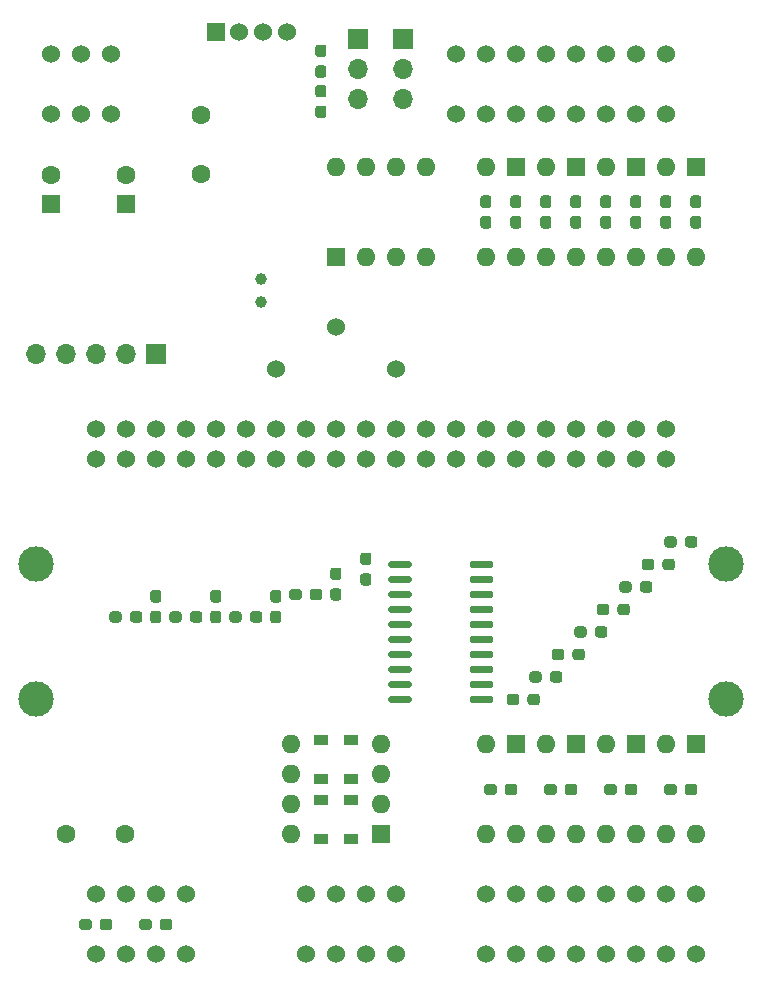
<source format=gbs>
G04 #@! TF.GenerationSoftware,KiCad,Pcbnew,(5.1.8)-1*
G04 #@! TF.CreationDate,2020-12-04T13:09:01+09:00*
G04 #@! TF.ProjectId,NBoxRpi,4e426f78-5270-4692-9e6b-696361645f70,Rev.2.1*
G04 #@! TF.SameCoordinates,Original*
G04 #@! TF.FileFunction,Soldermask,Bot*
G04 #@! TF.FilePolarity,Negative*
%FSLAX46Y46*%
G04 Gerber Fmt 4.6, Leading zero omitted, Abs format (unit mm)*
G04 Created by KiCad (PCBNEW (5.1.8)-1) date 2020-12-04 13:09:01*
%MOMM*%
%LPD*%
G01*
G04 APERTURE LIST*
%ADD10C,3.000000*%
%ADD11O,1.700000X1.700000*%
%ADD12R,1.700000X1.700000*%
%ADD13C,1.524000*%
%ADD14O,1.600000X1.600000*%
%ADD15R,1.600000X1.600000*%
%ADD16C,1.600000*%
%ADD17R,1.200000X0.900000*%
%ADD18C,1.000000*%
%ADD19R,1.524000X1.524000*%
G04 APERTURE END LIST*
D10*
G04 #@! TO.C,MH2*
X146050000Y-157480000D03*
G04 #@! TD*
G04 #@! TO.C,MH4*
X146050000Y-168910000D03*
G04 #@! TD*
G04 #@! TO.C,R41*
G36*
G01*
X111522500Y-118635000D02*
X111997500Y-118635000D01*
G75*
G02*
X112235000Y-118872500I0J-237500D01*
G01*
X112235000Y-119447500D01*
G75*
G02*
X111997500Y-119685000I-237500J0D01*
G01*
X111522500Y-119685000D01*
G75*
G02*
X111285000Y-119447500I0J237500D01*
G01*
X111285000Y-118872500D01*
G75*
G02*
X111522500Y-118635000I237500J0D01*
G01*
G37*
G36*
G01*
X111522500Y-116885000D02*
X111997500Y-116885000D01*
G75*
G02*
X112235000Y-117122500I0J-237500D01*
G01*
X112235000Y-117697500D01*
G75*
G02*
X111997500Y-117935000I-237500J0D01*
G01*
X111522500Y-117935000D01*
G75*
G02*
X111285000Y-117697500I0J237500D01*
G01*
X111285000Y-117122500D01*
G75*
G02*
X111522500Y-116885000I237500J0D01*
G01*
G37*
G04 #@! TD*
G04 #@! TO.C,R40*
G36*
G01*
X111997500Y-114520000D02*
X111522500Y-114520000D01*
G75*
G02*
X111285000Y-114282500I0J237500D01*
G01*
X111285000Y-113707500D01*
G75*
G02*
X111522500Y-113470000I237500J0D01*
G01*
X111997500Y-113470000D01*
G75*
G02*
X112235000Y-113707500I0J-237500D01*
G01*
X112235000Y-114282500D01*
G75*
G02*
X111997500Y-114520000I-237500J0D01*
G01*
G37*
G36*
G01*
X111997500Y-116270000D02*
X111522500Y-116270000D01*
G75*
G02*
X111285000Y-116032500I0J237500D01*
G01*
X111285000Y-115457500D01*
G75*
G02*
X111522500Y-115220000I237500J0D01*
G01*
X111997500Y-115220000D01*
G75*
G02*
X112235000Y-115457500I0J-237500D01*
G01*
X112235000Y-116032500D01*
G75*
G02*
X111997500Y-116270000I-237500J0D01*
G01*
G37*
G04 #@! TD*
D11*
G04 #@! TO.C,J9*
X114935000Y-118110000D03*
X114935000Y-115570000D03*
D12*
X114935000Y-113030000D03*
G04 #@! TD*
G04 #@! TO.C,R39*
G36*
G01*
X97552500Y-161400000D02*
X98027500Y-161400000D01*
G75*
G02*
X98265000Y-161637500I0J-237500D01*
G01*
X98265000Y-162212500D01*
G75*
G02*
X98027500Y-162450000I-237500J0D01*
G01*
X97552500Y-162450000D01*
G75*
G02*
X97315000Y-162212500I0J237500D01*
G01*
X97315000Y-161637500D01*
G75*
G02*
X97552500Y-161400000I237500J0D01*
G01*
G37*
G36*
G01*
X97552500Y-159650000D02*
X98027500Y-159650000D01*
G75*
G02*
X98265000Y-159887500I0J-237500D01*
G01*
X98265000Y-160462500D01*
G75*
G02*
X98027500Y-160700000I-237500J0D01*
G01*
X97552500Y-160700000D01*
G75*
G02*
X97315000Y-160462500I0J237500D01*
G01*
X97315000Y-159887500D01*
G75*
G02*
X97552500Y-159650000I237500J0D01*
G01*
G37*
G04 #@! TD*
G04 #@! TO.C,R38*
G36*
G01*
X102632500Y-161400000D02*
X103107500Y-161400000D01*
G75*
G02*
X103345000Y-161637500I0J-237500D01*
G01*
X103345000Y-162212500D01*
G75*
G02*
X103107500Y-162450000I-237500J0D01*
G01*
X102632500Y-162450000D01*
G75*
G02*
X102395000Y-162212500I0J237500D01*
G01*
X102395000Y-161637500D01*
G75*
G02*
X102632500Y-161400000I237500J0D01*
G01*
G37*
G36*
G01*
X102632500Y-159650000D02*
X103107500Y-159650000D01*
G75*
G02*
X103345000Y-159887500I0J-237500D01*
G01*
X103345000Y-160462500D01*
G75*
G02*
X103107500Y-160700000I-237500J0D01*
G01*
X102632500Y-160700000D01*
G75*
G02*
X102395000Y-160462500I0J237500D01*
G01*
X102395000Y-159887500D01*
G75*
G02*
X102632500Y-159650000I237500J0D01*
G01*
G37*
G04 #@! TD*
G04 #@! TO.C,R37*
G36*
G01*
X107712500Y-161400000D02*
X108187500Y-161400000D01*
G75*
G02*
X108425000Y-161637500I0J-237500D01*
G01*
X108425000Y-162212500D01*
G75*
G02*
X108187500Y-162450000I-237500J0D01*
G01*
X107712500Y-162450000D01*
G75*
G02*
X107475000Y-162212500I0J237500D01*
G01*
X107475000Y-161637500D01*
G75*
G02*
X107712500Y-161400000I237500J0D01*
G01*
G37*
G36*
G01*
X107712500Y-159650000D02*
X108187500Y-159650000D01*
G75*
G02*
X108425000Y-159887500I0J-237500D01*
G01*
X108425000Y-160462500D01*
G75*
G02*
X108187500Y-160700000I-237500J0D01*
G01*
X107712500Y-160700000D01*
G75*
G02*
X107475000Y-160462500I0J237500D01*
G01*
X107475000Y-159887500D01*
G75*
G02*
X107712500Y-159650000I237500J0D01*
G01*
G37*
G04 #@! TD*
G04 #@! TO.C,R36*
G36*
G01*
X112792500Y-159495000D02*
X113267500Y-159495000D01*
G75*
G02*
X113505000Y-159732500I0J-237500D01*
G01*
X113505000Y-160307500D01*
G75*
G02*
X113267500Y-160545000I-237500J0D01*
G01*
X112792500Y-160545000D01*
G75*
G02*
X112555000Y-160307500I0J237500D01*
G01*
X112555000Y-159732500D01*
G75*
G02*
X112792500Y-159495000I237500J0D01*
G01*
G37*
G36*
G01*
X112792500Y-157745000D02*
X113267500Y-157745000D01*
G75*
G02*
X113505000Y-157982500I0J-237500D01*
G01*
X113505000Y-158557500D01*
G75*
G02*
X113267500Y-158795000I-237500J0D01*
G01*
X112792500Y-158795000D01*
G75*
G02*
X112555000Y-158557500I0J237500D01*
G01*
X112555000Y-157982500D01*
G75*
G02*
X112792500Y-157745000I237500J0D01*
G01*
G37*
G04 #@! TD*
G04 #@! TO.C,R35*
G36*
G01*
X94900000Y-161687500D02*
X94900000Y-162162500D01*
G75*
G02*
X94662500Y-162400000I-237500J0D01*
G01*
X94087500Y-162400000D01*
G75*
G02*
X93850000Y-162162500I0J237500D01*
G01*
X93850000Y-161687500D01*
G75*
G02*
X94087500Y-161450000I237500J0D01*
G01*
X94662500Y-161450000D01*
G75*
G02*
X94900000Y-161687500I0J-237500D01*
G01*
G37*
G36*
G01*
X96650000Y-161687500D02*
X96650000Y-162162500D01*
G75*
G02*
X96412500Y-162400000I-237500J0D01*
G01*
X95837500Y-162400000D01*
G75*
G02*
X95600000Y-162162500I0J237500D01*
G01*
X95600000Y-161687500D01*
G75*
G02*
X95837500Y-161450000I237500J0D01*
G01*
X96412500Y-161450000D01*
G75*
G02*
X96650000Y-161687500I0J-237500D01*
G01*
G37*
G04 #@! TD*
G04 #@! TO.C,R34*
G36*
G01*
X99980000Y-161687500D02*
X99980000Y-162162500D01*
G75*
G02*
X99742500Y-162400000I-237500J0D01*
G01*
X99167500Y-162400000D01*
G75*
G02*
X98930000Y-162162500I0J237500D01*
G01*
X98930000Y-161687500D01*
G75*
G02*
X99167500Y-161450000I237500J0D01*
G01*
X99742500Y-161450000D01*
G75*
G02*
X99980000Y-161687500I0J-237500D01*
G01*
G37*
G36*
G01*
X101730000Y-161687500D02*
X101730000Y-162162500D01*
G75*
G02*
X101492500Y-162400000I-237500J0D01*
G01*
X100917500Y-162400000D01*
G75*
G02*
X100680000Y-162162500I0J237500D01*
G01*
X100680000Y-161687500D01*
G75*
G02*
X100917500Y-161450000I237500J0D01*
G01*
X101492500Y-161450000D01*
G75*
G02*
X101730000Y-161687500I0J-237500D01*
G01*
G37*
G04 #@! TD*
G04 #@! TO.C,R33*
G36*
G01*
X105060000Y-161687500D02*
X105060000Y-162162500D01*
G75*
G02*
X104822500Y-162400000I-237500J0D01*
G01*
X104247500Y-162400000D01*
G75*
G02*
X104010000Y-162162500I0J237500D01*
G01*
X104010000Y-161687500D01*
G75*
G02*
X104247500Y-161450000I237500J0D01*
G01*
X104822500Y-161450000D01*
G75*
G02*
X105060000Y-161687500I0J-237500D01*
G01*
G37*
G36*
G01*
X106810000Y-161687500D02*
X106810000Y-162162500D01*
G75*
G02*
X106572500Y-162400000I-237500J0D01*
G01*
X105997500Y-162400000D01*
G75*
G02*
X105760000Y-162162500I0J237500D01*
G01*
X105760000Y-161687500D01*
G75*
G02*
X105997500Y-161450000I237500J0D01*
G01*
X106572500Y-161450000D01*
G75*
G02*
X106810000Y-161687500I0J-237500D01*
G01*
G37*
G04 #@! TD*
G04 #@! TO.C,R32*
G36*
G01*
X110140000Y-159782500D02*
X110140000Y-160257500D01*
G75*
G02*
X109902500Y-160495000I-237500J0D01*
G01*
X109327500Y-160495000D01*
G75*
G02*
X109090000Y-160257500I0J237500D01*
G01*
X109090000Y-159782500D01*
G75*
G02*
X109327500Y-159545000I237500J0D01*
G01*
X109902500Y-159545000D01*
G75*
G02*
X110140000Y-159782500I0J-237500D01*
G01*
G37*
G36*
G01*
X111890000Y-159782500D02*
X111890000Y-160257500D01*
G75*
G02*
X111652500Y-160495000I-237500J0D01*
G01*
X111077500Y-160495000D01*
G75*
G02*
X110840000Y-160257500I0J237500D01*
G01*
X110840000Y-159782500D01*
G75*
G02*
X111077500Y-159545000I237500J0D01*
G01*
X111652500Y-159545000D01*
G75*
G02*
X111890000Y-159782500I0J-237500D01*
G01*
G37*
G04 #@! TD*
D13*
G04 #@! TO.C,J6*
X100330000Y-185420000D03*
X100330000Y-190500000D03*
X97790000Y-185420000D03*
X97790000Y-190500000D03*
X95250000Y-185420000D03*
X95250000Y-190500000D03*
X92710000Y-185420000D03*
X92710000Y-190500000D03*
G04 #@! TD*
G04 #@! TO.C,R20*
G36*
G01*
X129255000Y-169147500D02*
X129255000Y-168672500D01*
G75*
G02*
X129492500Y-168435000I237500J0D01*
G01*
X130067500Y-168435000D01*
G75*
G02*
X130305000Y-168672500I0J-237500D01*
G01*
X130305000Y-169147500D01*
G75*
G02*
X130067500Y-169385000I-237500J0D01*
G01*
X129492500Y-169385000D01*
G75*
G02*
X129255000Y-169147500I0J237500D01*
G01*
G37*
G36*
G01*
X127505000Y-169147500D02*
X127505000Y-168672500D01*
G75*
G02*
X127742500Y-168435000I237500J0D01*
G01*
X128317500Y-168435000D01*
G75*
G02*
X128555000Y-168672500I0J-237500D01*
G01*
X128555000Y-169147500D01*
G75*
G02*
X128317500Y-169385000I-237500J0D01*
G01*
X127742500Y-169385000D01*
G75*
G02*
X127505000Y-169147500I0J237500D01*
G01*
G37*
G04 #@! TD*
G04 #@! TO.C,R19*
G36*
G01*
X131160000Y-167242500D02*
X131160000Y-166767500D01*
G75*
G02*
X131397500Y-166530000I237500J0D01*
G01*
X131972500Y-166530000D01*
G75*
G02*
X132210000Y-166767500I0J-237500D01*
G01*
X132210000Y-167242500D01*
G75*
G02*
X131972500Y-167480000I-237500J0D01*
G01*
X131397500Y-167480000D01*
G75*
G02*
X131160000Y-167242500I0J237500D01*
G01*
G37*
G36*
G01*
X129410000Y-167242500D02*
X129410000Y-166767500D01*
G75*
G02*
X129647500Y-166530000I237500J0D01*
G01*
X130222500Y-166530000D01*
G75*
G02*
X130460000Y-166767500I0J-237500D01*
G01*
X130460000Y-167242500D01*
G75*
G02*
X130222500Y-167480000I-237500J0D01*
G01*
X129647500Y-167480000D01*
G75*
G02*
X129410000Y-167242500I0J237500D01*
G01*
G37*
G04 #@! TD*
G04 #@! TO.C,R18*
G36*
G01*
X133065000Y-165337500D02*
X133065000Y-164862500D01*
G75*
G02*
X133302500Y-164625000I237500J0D01*
G01*
X133877500Y-164625000D01*
G75*
G02*
X134115000Y-164862500I0J-237500D01*
G01*
X134115000Y-165337500D01*
G75*
G02*
X133877500Y-165575000I-237500J0D01*
G01*
X133302500Y-165575000D01*
G75*
G02*
X133065000Y-165337500I0J237500D01*
G01*
G37*
G36*
G01*
X131315000Y-165337500D02*
X131315000Y-164862500D01*
G75*
G02*
X131552500Y-164625000I237500J0D01*
G01*
X132127500Y-164625000D01*
G75*
G02*
X132365000Y-164862500I0J-237500D01*
G01*
X132365000Y-165337500D01*
G75*
G02*
X132127500Y-165575000I-237500J0D01*
G01*
X131552500Y-165575000D01*
G75*
G02*
X131315000Y-165337500I0J237500D01*
G01*
G37*
G04 #@! TD*
G04 #@! TO.C,R17*
G36*
G01*
X134970000Y-163432500D02*
X134970000Y-162957500D01*
G75*
G02*
X135207500Y-162720000I237500J0D01*
G01*
X135782500Y-162720000D01*
G75*
G02*
X136020000Y-162957500I0J-237500D01*
G01*
X136020000Y-163432500D01*
G75*
G02*
X135782500Y-163670000I-237500J0D01*
G01*
X135207500Y-163670000D01*
G75*
G02*
X134970000Y-163432500I0J237500D01*
G01*
G37*
G36*
G01*
X133220000Y-163432500D02*
X133220000Y-162957500D01*
G75*
G02*
X133457500Y-162720000I237500J0D01*
G01*
X134032500Y-162720000D01*
G75*
G02*
X134270000Y-162957500I0J-237500D01*
G01*
X134270000Y-163432500D01*
G75*
G02*
X134032500Y-163670000I-237500J0D01*
G01*
X133457500Y-163670000D01*
G75*
G02*
X133220000Y-163432500I0J237500D01*
G01*
G37*
G04 #@! TD*
G04 #@! TO.C,R16*
G36*
G01*
X136875000Y-161527500D02*
X136875000Y-161052500D01*
G75*
G02*
X137112500Y-160815000I237500J0D01*
G01*
X137687500Y-160815000D01*
G75*
G02*
X137925000Y-161052500I0J-237500D01*
G01*
X137925000Y-161527500D01*
G75*
G02*
X137687500Y-161765000I-237500J0D01*
G01*
X137112500Y-161765000D01*
G75*
G02*
X136875000Y-161527500I0J237500D01*
G01*
G37*
G36*
G01*
X135125000Y-161527500D02*
X135125000Y-161052500D01*
G75*
G02*
X135362500Y-160815000I237500J0D01*
G01*
X135937500Y-160815000D01*
G75*
G02*
X136175000Y-161052500I0J-237500D01*
G01*
X136175000Y-161527500D01*
G75*
G02*
X135937500Y-161765000I-237500J0D01*
G01*
X135362500Y-161765000D01*
G75*
G02*
X135125000Y-161527500I0J237500D01*
G01*
G37*
G04 #@! TD*
G04 #@! TO.C,R15*
G36*
G01*
X138780000Y-159622500D02*
X138780000Y-159147500D01*
G75*
G02*
X139017500Y-158910000I237500J0D01*
G01*
X139592500Y-158910000D01*
G75*
G02*
X139830000Y-159147500I0J-237500D01*
G01*
X139830000Y-159622500D01*
G75*
G02*
X139592500Y-159860000I-237500J0D01*
G01*
X139017500Y-159860000D01*
G75*
G02*
X138780000Y-159622500I0J237500D01*
G01*
G37*
G36*
G01*
X137030000Y-159622500D02*
X137030000Y-159147500D01*
G75*
G02*
X137267500Y-158910000I237500J0D01*
G01*
X137842500Y-158910000D01*
G75*
G02*
X138080000Y-159147500I0J-237500D01*
G01*
X138080000Y-159622500D01*
G75*
G02*
X137842500Y-159860000I-237500J0D01*
G01*
X137267500Y-159860000D01*
G75*
G02*
X137030000Y-159622500I0J237500D01*
G01*
G37*
G04 #@! TD*
G04 #@! TO.C,R14*
G36*
G01*
X140685000Y-157717500D02*
X140685000Y-157242500D01*
G75*
G02*
X140922500Y-157005000I237500J0D01*
G01*
X141497500Y-157005000D01*
G75*
G02*
X141735000Y-157242500I0J-237500D01*
G01*
X141735000Y-157717500D01*
G75*
G02*
X141497500Y-157955000I-237500J0D01*
G01*
X140922500Y-157955000D01*
G75*
G02*
X140685000Y-157717500I0J237500D01*
G01*
G37*
G36*
G01*
X138935000Y-157717500D02*
X138935000Y-157242500D01*
G75*
G02*
X139172500Y-157005000I237500J0D01*
G01*
X139747500Y-157005000D01*
G75*
G02*
X139985000Y-157242500I0J-237500D01*
G01*
X139985000Y-157717500D01*
G75*
G02*
X139747500Y-157955000I-237500J0D01*
G01*
X139172500Y-157955000D01*
G75*
G02*
X138935000Y-157717500I0J237500D01*
G01*
G37*
G04 #@! TD*
G04 #@! TO.C,R13*
G36*
G01*
X142590000Y-155812500D02*
X142590000Y-155337500D01*
G75*
G02*
X142827500Y-155100000I237500J0D01*
G01*
X143402500Y-155100000D01*
G75*
G02*
X143640000Y-155337500I0J-237500D01*
G01*
X143640000Y-155812500D01*
G75*
G02*
X143402500Y-156050000I-237500J0D01*
G01*
X142827500Y-156050000D01*
G75*
G02*
X142590000Y-155812500I0J237500D01*
G01*
G37*
G36*
G01*
X140840000Y-155812500D02*
X140840000Y-155337500D01*
G75*
G02*
X141077500Y-155100000I237500J0D01*
G01*
X141652500Y-155100000D01*
G75*
G02*
X141890000Y-155337500I0J-237500D01*
G01*
X141890000Y-155812500D01*
G75*
G02*
X141652500Y-156050000I-237500J0D01*
G01*
X141077500Y-156050000D01*
G75*
G02*
X140840000Y-155812500I0J237500D01*
G01*
G37*
G04 #@! TD*
D11*
G04 #@! TO.C,J8*
X87630000Y-139700000D03*
X90170000Y-139700000D03*
X92710000Y-139700000D03*
X95250000Y-139700000D03*
D12*
X97790000Y-139700000D03*
G04 #@! TD*
D13*
G04 #@! TO.C,BT1*
X107950000Y-140970000D03*
X118110000Y-140970000D03*
X113030000Y-137370000D03*
G04 #@! TD*
D14*
G04 #@! TO.C,U2*
X109220000Y-180340000D03*
X116840000Y-172720000D03*
X109220000Y-177800000D03*
X116840000Y-175260000D03*
X109220000Y-175260000D03*
X116840000Y-177800000D03*
X109220000Y-172720000D03*
D15*
X116840000Y-180340000D03*
G04 #@! TD*
D13*
G04 #@! TO.C,J4*
X93980000Y-114300000D03*
X93980000Y-119380000D03*
X91440000Y-114300000D03*
X91440000Y-119380000D03*
X88900000Y-114300000D03*
X88900000Y-119380000D03*
G04 #@! TD*
D14*
G04 #@! TO.C,PC2*
X133350000Y-131445000D03*
X130810000Y-123825000D03*
X130810000Y-131445000D03*
D15*
X133350000Y-123825000D03*
G04 #@! TD*
D11*
G04 #@! TO.C,J3*
X118745000Y-118110000D03*
X118745000Y-115570000D03*
D12*
X118745000Y-113030000D03*
G04 #@! TD*
D16*
G04 #@! TO.C,F2*
X95170000Y-180340000D03*
X90170000Y-180340000D03*
G04 #@! TD*
D13*
G04 #@! TO.C,J2*
X118110000Y-185420000D03*
X118110000Y-190500000D03*
X115570000Y-185420000D03*
X115570000Y-190500000D03*
X113030000Y-185420000D03*
X113030000Y-190500000D03*
X110490000Y-185420000D03*
X110490000Y-190500000D03*
G04 #@! TD*
G04 #@! TO.C,J7*
X138430000Y-190500000D03*
X138430000Y-185420000D03*
X135890000Y-185420000D03*
X143510000Y-190500000D03*
X143510000Y-185420000D03*
X135890000Y-190500000D03*
X140970000Y-190500000D03*
X140970000Y-185420000D03*
X133350000Y-185420000D03*
X133350000Y-190500000D03*
X130810000Y-185420000D03*
X130810000Y-190500000D03*
X128270000Y-185420000D03*
X128270000Y-190500000D03*
X125730000Y-185420000D03*
X125730000Y-190500000D03*
G04 #@! TD*
G04 #@! TO.C,J5*
X128270000Y-114300000D03*
X128270000Y-119380000D03*
X130810000Y-119380000D03*
X123190000Y-114300000D03*
X123190000Y-119380000D03*
X130810000Y-114300000D03*
X125730000Y-114300000D03*
X125730000Y-119380000D03*
X133350000Y-119380000D03*
X133350000Y-114300000D03*
X135890000Y-119380000D03*
X135890000Y-114300000D03*
X138430000Y-119380000D03*
X138430000Y-114300000D03*
X140970000Y-119380000D03*
X140970000Y-114300000D03*
G04 #@! TD*
G04 #@! TO.C,R31*
G36*
G01*
X98140000Y-188197500D02*
X98140000Y-187722500D01*
G75*
G02*
X98377500Y-187485000I237500J0D01*
G01*
X98952500Y-187485000D01*
G75*
G02*
X99190000Y-187722500I0J-237500D01*
G01*
X99190000Y-188197500D01*
G75*
G02*
X98952500Y-188435000I-237500J0D01*
G01*
X98377500Y-188435000D01*
G75*
G02*
X98140000Y-188197500I0J237500D01*
G01*
G37*
G36*
G01*
X96390000Y-188197500D02*
X96390000Y-187722500D01*
G75*
G02*
X96627500Y-187485000I237500J0D01*
G01*
X97202500Y-187485000D01*
G75*
G02*
X97440000Y-187722500I0J-237500D01*
G01*
X97440000Y-188197500D01*
G75*
G02*
X97202500Y-188435000I-237500J0D01*
G01*
X96627500Y-188435000D01*
G75*
G02*
X96390000Y-188197500I0J237500D01*
G01*
G37*
G04 #@! TD*
G04 #@! TO.C,R26*
G36*
G01*
X93060000Y-188197500D02*
X93060000Y-187722500D01*
G75*
G02*
X93297500Y-187485000I237500J0D01*
G01*
X93872500Y-187485000D01*
G75*
G02*
X94110000Y-187722500I0J-237500D01*
G01*
X94110000Y-188197500D01*
G75*
G02*
X93872500Y-188435000I-237500J0D01*
G01*
X93297500Y-188435000D01*
G75*
G02*
X93060000Y-188197500I0J237500D01*
G01*
G37*
G36*
G01*
X91310000Y-188197500D02*
X91310000Y-187722500D01*
G75*
G02*
X91547500Y-187485000I237500J0D01*
G01*
X92122500Y-187485000D01*
G75*
G02*
X92360000Y-187722500I0J-237500D01*
G01*
X92360000Y-188197500D01*
G75*
G02*
X92122500Y-188435000I-237500J0D01*
G01*
X91547500Y-188435000D01*
G75*
G02*
X91310000Y-188197500I0J237500D01*
G01*
G37*
G04 #@! TD*
G04 #@! TO.C,R8*
G36*
G01*
X143272500Y-127985000D02*
X143747500Y-127985000D01*
G75*
G02*
X143985000Y-128222500I0J-237500D01*
G01*
X143985000Y-128797500D01*
G75*
G02*
X143747500Y-129035000I-237500J0D01*
G01*
X143272500Y-129035000D01*
G75*
G02*
X143035000Y-128797500I0J237500D01*
G01*
X143035000Y-128222500D01*
G75*
G02*
X143272500Y-127985000I237500J0D01*
G01*
G37*
G36*
G01*
X143272500Y-126235000D02*
X143747500Y-126235000D01*
G75*
G02*
X143985000Y-126472500I0J-237500D01*
G01*
X143985000Y-127047500D01*
G75*
G02*
X143747500Y-127285000I-237500J0D01*
G01*
X143272500Y-127285000D01*
G75*
G02*
X143035000Y-127047500I0J237500D01*
G01*
X143035000Y-126472500D01*
G75*
G02*
X143272500Y-126235000I237500J0D01*
G01*
G37*
G04 #@! TD*
G04 #@! TO.C,R7*
G36*
G01*
X138192500Y-127985000D02*
X138667500Y-127985000D01*
G75*
G02*
X138905000Y-128222500I0J-237500D01*
G01*
X138905000Y-128797500D01*
G75*
G02*
X138667500Y-129035000I-237500J0D01*
G01*
X138192500Y-129035000D01*
G75*
G02*
X137955000Y-128797500I0J237500D01*
G01*
X137955000Y-128222500D01*
G75*
G02*
X138192500Y-127985000I237500J0D01*
G01*
G37*
G36*
G01*
X138192500Y-126235000D02*
X138667500Y-126235000D01*
G75*
G02*
X138905000Y-126472500I0J-237500D01*
G01*
X138905000Y-127047500D01*
G75*
G02*
X138667500Y-127285000I-237500J0D01*
G01*
X138192500Y-127285000D01*
G75*
G02*
X137955000Y-127047500I0J237500D01*
G01*
X137955000Y-126472500D01*
G75*
G02*
X138192500Y-126235000I237500J0D01*
G01*
G37*
G04 #@! TD*
G04 #@! TO.C,R6*
G36*
G01*
X133112500Y-127985000D02*
X133587500Y-127985000D01*
G75*
G02*
X133825000Y-128222500I0J-237500D01*
G01*
X133825000Y-128797500D01*
G75*
G02*
X133587500Y-129035000I-237500J0D01*
G01*
X133112500Y-129035000D01*
G75*
G02*
X132875000Y-128797500I0J237500D01*
G01*
X132875000Y-128222500D01*
G75*
G02*
X133112500Y-127985000I237500J0D01*
G01*
G37*
G36*
G01*
X133112500Y-126235000D02*
X133587500Y-126235000D01*
G75*
G02*
X133825000Y-126472500I0J-237500D01*
G01*
X133825000Y-127047500D01*
G75*
G02*
X133587500Y-127285000I-237500J0D01*
G01*
X133112500Y-127285000D01*
G75*
G02*
X132875000Y-127047500I0J237500D01*
G01*
X132875000Y-126472500D01*
G75*
G02*
X133112500Y-126235000I237500J0D01*
G01*
G37*
G04 #@! TD*
G04 #@! TO.C,R5*
G36*
G01*
X128032500Y-127985000D02*
X128507500Y-127985000D01*
G75*
G02*
X128745000Y-128222500I0J-237500D01*
G01*
X128745000Y-128797500D01*
G75*
G02*
X128507500Y-129035000I-237500J0D01*
G01*
X128032500Y-129035000D01*
G75*
G02*
X127795000Y-128797500I0J237500D01*
G01*
X127795000Y-128222500D01*
G75*
G02*
X128032500Y-127985000I237500J0D01*
G01*
G37*
G36*
G01*
X128032500Y-126235000D02*
X128507500Y-126235000D01*
G75*
G02*
X128745000Y-126472500I0J-237500D01*
G01*
X128745000Y-127047500D01*
G75*
G02*
X128507500Y-127285000I-237500J0D01*
G01*
X128032500Y-127285000D01*
G75*
G02*
X127795000Y-127047500I0J237500D01*
G01*
X127795000Y-126472500D01*
G75*
G02*
X128032500Y-126235000I237500J0D01*
G01*
G37*
G04 #@! TD*
D10*
G04 #@! TO.C,MH3*
X87630000Y-168910000D03*
G04 #@! TD*
D17*
G04 #@! TO.C,D4*
X114300000Y-172340000D03*
X114300000Y-175640000D03*
G04 #@! TD*
G04 #@! TO.C,D3*
X114300000Y-177420000D03*
X114300000Y-180720000D03*
G04 #@! TD*
G04 #@! TO.C,D2*
X111760000Y-172340000D03*
X111760000Y-175640000D03*
G04 #@! TD*
G04 #@! TO.C,D1*
X111760000Y-177420000D03*
X111760000Y-180720000D03*
G04 #@! TD*
D13*
G04 #@! TO.C,P1*
X140970000Y-148590000D03*
X140970000Y-146050000D03*
X138430000Y-148590000D03*
X138430000Y-146050000D03*
X135890000Y-148590000D03*
X135890000Y-146050000D03*
X133350000Y-148590000D03*
X133350000Y-146050000D03*
X130810000Y-148590000D03*
X130810000Y-146050000D03*
X128270000Y-148590000D03*
X128270000Y-146050000D03*
X125730000Y-148590000D03*
X125730000Y-146050000D03*
X123190000Y-148590000D03*
X123190000Y-146050000D03*
X120650000Y-148590000D03*
X120650000Y-146050000D03*
X118110000Y-148590000D03*
X118110000Y-146050000D03*
X115570000Y-148590000D03*
X115570000Y-146050000D03*
X113030000Y-148590000D03*
X113030000Y-146050000D03*
X110490000Y-148590000D03*
X110490000Y-146050000D03*
X107950000Y-148590000D03*
X107950000Y-146050000D03*
X105410000Y-148590000D03*
X105410000Y-146050000D03*
X102870000Y-148590000D03*
X102870000Y-146050000D03*
X100330000Y-148590000D03*
X100330000Y-146050000D03*
X97790000Y-148590000D03*
X97790000Y-146050000D03*
X95250000Y-148590000D03*
X95250000Y-146050000D03*
X92710000Y-148590000D03*
X92710000Y-146050000D03*
G04 #@! TD*
D18*
G04 #@! TO.C,Y1*
X106680000Y-133350000D03*
X106680000Y-135250000D03*
G04 #@! TD*
D14*
G04 #@! TO.C,U1*
X113030000Y-123825000D03*
X120650000Y-131445000D03*
X115570000Y-123825000D03*
X118110000Y-131445000D03*
X118110000Y-123825000D03*
X115570000Y-131445000D03*
X120650000Y-123825000D03*
D15*
X113030000Y-131445000D03*
G04 #@! TD*
D14*
G04 #@! TO.C,U9*
X143510000Y-180340000D03*
X140970000Y-172720000D03*
X140970000Y-180340000D03*
D15*
X143510000Y-172720000D03*
G04 #@! TD*
D14*
G04 #@! TO.C,U8*
X138430000Y-180340000D03*
X135890000Y-172720000D03*
X135890000Y-180340000D03*
D15*
X138430000Y-172720000D03*
G04 #@! TD*
D14*
G04 #@! TO.C,U7*
X133350000Y-180340000D03*
X130810000Y-172720000D03*
X130810000Y-180340000D03*
D15*
X133350000Y-172720000D03*
G04 #@! TD*
D14*
G04 #@! TO.C,U6*
X128270000Y-180340000D03*
X125730000Y-172720000D03*
X125730000Y-180340000D03*
D15*
X128270000Y-172720000D03*
G04 #@! TD*
G04 #@! TO.C,U4*
G36*
G01*
X119445000Y-157330000D02*
X119445000Y-157630000D01*
G75*
G02*
X119295000Y-157780000I-150000J0D01*
G01*
X117620000Y-157780000D01*
G75*
G02*
X117470000Y-157630000I0J150000D01*
G01*
X117470000Y-157330000D01*
G75*
G02*
X117620000Y-157180000I150000J0D01*
G01*
X119295000Y-157180000D01*
G75*
G02*
X119445000Y-157330000I0J-150000D01*
G01*
G37*
G36*
G01*
X119445000Y-158600000D02*
X119445000Y-158900000D01*
G75*
G02*
X119295000Y-159050000I-150000J0D01*
G01*
X117620000Y-159050000D01*
G75*
G02*
X117470000Y-158900000I0J150000D01*
G01*
X117470000Y-158600000D01*
G75*
G02*
X117620000Y-158450000I150000J0D01*
G01*
X119295000Y-158450000D01*
G75*
G02*
X119445000Y-158600000I0J-150000D01*
G01*
G37*
G36*
G01*
X119445000Y-159870000D02*
X119445000Y-160170000D01*
G75*
G02*
X119295000Y-160320000I-150000J0D01*
G01*
X117620000Y-160320000D01*
G75*
G02*
X117470000Y-160170000I0J150000D01*
G01*
X117470000Y-159870000D01*
G75*
G02*
X117620000Y-159720000I150000J0D01*
G01*
X119295000Y-159720000D01*
G75*
G02*
X119445000Y-159870000I0J-150000D01*
G01*
G37*
G36*
G01*
X119445000Y-161140000D02*
X119445000Y-161440000D01*
G75*
G02*
X119295000Y-161590000I-150000J0D01*
G01*
X117620000Y-161590000D01*
G75*
G02*
X117470000Y-161440000I0J150000D01*
G01*
X117470000Y-161140000D01*
G75*
G02*
X117620000Y-160990000I150000J0D01*
G01*
X119295000Y-160990000D01*
G75*
G02*
X119445000Y-161140000I0J-150000D01*
G01*
G37*
G36*
G01*
X119445000Y-162410000D02*
X119445000Y-162710000D01*
G75*
G02*
X119295000Y-162860000I-150000J0D01*
G01*
X117620000Y-162860000D01*
G75*
G02*
X117470000Y-162710000I0J150000D01*
G01*
X117470000Y-162410000D01*
G75*
G02*
X117620000Y-162260000I150000J0D01*
G01*
X119295000Y-162260000D01*
G75*
G02*
X119445000Y-162410000I0J-150000D01*
G01*
G37*
G36*
G01*
X119445000Y-163680000D02*
X119445000Y-163980000D01*
G75*
G02*
X119295000Y-164130000I-150000J0D01*
G01*
X117620000Y-164130000D01*
G75*
G02*
X117470000Y-163980000I0J150000D01*
G01*
X117470000Y-163680000D01*
G75*
G02*
X117620000Y-163530000I150000J0D01*
G01*
X119295000Y-163530000D01*
G75*
G02*
X119445000Y-163680000I0J-150000D01*
G01*
G37*
G36*
G01*
X119445000Y-164950000D02*
X119445000Y-165250000D01*
G75*
G02*
X119295000Y-165400000I-150000J0D01*
G01*
X117620000Y-165400000D01*
G75*
G02*
X117470000Y-165250000I0J150000D01*
G01*
X117470000Y-164950000D01*
G75*
G02*
X117620000Y-164800000I150000J0D01*
G01*
X119295000Y-164800000D01*
G75*
G02*
X119445000Y-164950000I0J-150000D01*
G01*
G37*
G36*
G01*
X119445000Y-166220000D02*
X119445000Y-166520000D01*
G75*
G02*
X119295000Y-166670000I-150000J0D01*
G01*
X117620000Y-166670000D01*
G75*
G02*
X117470000Y-166520000I0J150000D01*
G01*
X117470000Y-166220000D01*
G75*
G02*
X117620000Y-166070000I150000J0D01*
G01*
X119295000Y-166070000D01*
G75*
G02*
X119445000Y-166220000I0J-150000D01*
G01*
G37*
G36*
G01*
X119445000Y-167490000D02*
X119445000Y-167790000D01*
G75*
G02*
X119295000Y-167940000I-150000J0D01*
G01*
X117620000Y-167940000D01*
G75*
G02*
X117470000Y-167790000I0J150000D01*
G01*
X117470000Y-167490000D01*
G75*
G02*
X117620000Y-167340000I150000J0D01*
G01*
X119295000Y-167340000D01*
G75*
G02*
X119445000Y-167490000I0J-150000D01*
G01*
G37*
G36*
G01*
X119445000Y-168760000D02*
X119445000Y-169060000D01*
G75*
G02*
X119295000Y-169210000I-150000J0D01*
G01*
X117620000Y-169210000D01*
G75*
G02*
X117470000Y-169060000I0J150000D01*
G01*
X117470000Y-168760000D01*
G75*
G02*
X117620000Y-168610000I150000J0D01*
G01*
X119295000Y-168610000D01*
G75*
G02*
X119445000Y-168760000I0J-150000D01*
G01*
G37*
G36*
G01*
X126370000Y-168760000D02*
X126370000Y-169060000D01*
G75*
G02*
X126220000Y-169210000I-150000J0D01*
G01*
X124545000Y-169210000D01*
G75*
G02*
X124395000Y-169060000I0J150000D01*
G01*
X124395000Y-168760000D01*
G75*
G02*
X124545000Y-168610000I150000J0D01*
G01*
X126220000Y-168610000D01*
G75*
G02*
X126370000Y-168760000I0J-150000D01*
G01*
G37*
G36*
G01*
X126370000Y-167490000D02*
X126370000Y-167790000D01*
G75*
G02*
X126220000Y-167940000I-150000J0D01*
G01*
X124545000Y-167940000D01*
G75*
G02*
X124395000Y-167790000I0J150000D01*
G01*
X124395000Y-167490000D01*
G75*
G02*
X124545000Y-167340000I150000J0D01*
G01*
X126220000Y-167340000D01*
G75*
G02*
X126370000Y-167490000I0J-150000D01*
G01*
G37*
G36*
G01*
X126370000Y-166220000D02*
X126370000Y-166520000D01*
G75*
G02*
X126220000Y-166670000I-150000J0D01*
G01*
X124545000Y-166670000D01*
G75*
G02*
X124395000Y-166520000I0J150000D01*
G01*
X124395000Y-166220000D01*
G75*
G02*
X124545000Y-166070000I150000J0D01*
G01*
X126220000Y-166070000D01*
G75*
G02*
X126370000Y-166220000I0J-150000D01*
G01*
G37*
G36*
G01*
X126370000Y-164950000D02*
X126370000Y-165250000D01*
G75*
G02*
X126220000Y-165400000I-150000J0D01*
G01*
X124545000Y-165400000D01*
G75*
G02*
X124395000Y-165250000I0J150000D01*
G01*
X124395000Y-164950000D01*
G75*
G02*
X124545000Y-164800000I150000J0D01*
G01*
X126220000Y-164800000D01*
G75*
G02*
X126370000Y-164950000I0J-150000D01*
G01*
G37*
G36*
G01*
X126370000Y-163680000D02*
X126370000Y-163980000D01*
G75*
G02*
X126220000Y-164130000I-150000J0D01*
G01*
X124545000Y-164130000D01*
G75*
G02*
X124395000Y-163980000I0J150000D01*
G01*
X124395000Y-163680000D01*
G75*
G02*
X124545000Y-163530000I150000J0D01*
G01*
X126220000Y-163530000D01*
G75*
G02*
X126370000Y-163680000I0J-150000D01*
G01*
G37*
G36*
G01*
X126370000Y-162410000D02*
X126370000Y-162710000D01*
G75*
G02*
X126220000Y-162860000I-150000J0D01*
G01*
X124545000Y-162860000D01*
G75*
G02*
X124395000Y-162710000I0J150000D01*
G01*
X124395000Y-162410000D01*
G75*
G02*
X124545000Y-162260000I150000J0D01*
G01*
X126220000Y-162260000D01*
G75*
G02*
X126370000Y-162410000I0J-150000D01*
G01*
G37*
G36*
G01*
X126370000Y-161140000D02*
X126370000Y-161440000D01*
G75*
G02*
X126220000Y-161590000I-150000J0D01*
G01*
X124545000Y-161590000D01*
G75*
G02*
X124395000Y-161440000I0J150000D01*
G01*
X124395000Y-161140000D01*
G75*
G02*
X124545000Y-160990000I150000J0D01*
G01*
X126220000Y-160990000D01*
G75*
G02*
X126370000Y-161140000I0J-150000D01*
G01*
G37*
G36*
G01*
X126370000Y-159870000D02*
X126370000Y-160170000D01*
G75*
G02*
X126220000Y-160320000I-150000J0D01*
G01*
X124545000Y-160320000D01*
G75*
G02*
X124395000Y-160170000I0J150000D01*
G01*
X124395000Y-159870000D01*
G75*
G02*
X124545000Y-159720000I150000J0D01*
G01*
X126220000Y-159720000D01*
G75*
G02*
X126370000Y-159870000I0J-150000D01*
G01*
G37*
G36*
G01*
X126370000Y-158600000D02*
X126370000Y-158900000D01*
G75*
G02*
X126220000Y-159050000I-150000J0D01*
G01*
X124545000Y-159050000D01*
G75*
G02*
X124395000Y-158900000I0J150000D01*
G01*
X124395000Y-158600000D01*
G75*
G02*
X124545000Y-158450000I150000J0D01*
G01*
X126220000Y-158450000D01*
G75*
G02*
X126370000Y-158600000I0J-150000D01*
G01*
G37*
G36*
G01*
X126370000Y-157330000D02*
X126370000Y-157630000D01*
G75*
G02*
X126220000Y-157780000I-150000J0D01*
G01*
X124545000Y-157780000D01*
G75*
G02*
X124395000Y-157630000I0J150000D01*
G01*
X124395000Y-157330000D01*
G75*
G02*
X124545000Y-157180000I150000J0D01*
G01*
X126220000Y-157180000D01*
G75*
G02*
X126370000Y-157330000I0J-150000D01*
G01*
G37*
G04 #@! TD*
G04 #@! TO.C,R30*
G36*
G01*
X141890000Y-176292500D02*
X141890000Y-176767500D01*
G75*
G02*
X141652500Y-177005000I-237500J0D01*
G01*
X141077500Y-177005000D01*
G75*
G02*
X140840000Y-176767500I0J237500D01*
G01*
X140840000Y-176292500D01*
G75*
G02*
X141077500Y-176055000I237500J0D01*
G01*
X141652500Y-176055000D01*
G75*
G02*
X141890000Y-176292500I0J-237500D01*
G01*
G37*
G36*
G01*
X143640000Y-176292500D02*
X143640000Y-176767500D01*
G75*
G02*
X143402500Y-177005000I-237500J0D01*
G01*
X142827500Y-177005000D01*
G75*
G02*
X142590000Y-176767500I0J237500D01*
G01*
X142590000Y-176292500D01*
G75*
G02*
X142827500Y-176055000I237500J0D01*
G01*
X143402500Y-176055000D01*
G75*
G02*
X143640000Y-176292500I0J-237500D01*
G01*
G37*
G04 #@! TD*
G04 #@! TO.C,R29*
G36*
G01*
X136810000Y-176292500D02*
X136810000Y-176767500D01*
G75*
G02*
X136572500Y-177005000I-237500J0D01*
G01*
X135997500Y-177005000D01*
G75*
G02*
X135760000Y-176767500I0J237500D01*
G01*
X135760000Y-176292500D01*
G75*
G02*
X135997500Y-176055000I237500J0D01*
G01*
X136572500Y-176055000D01*
G75*
G02*
X136810000Y-176292500I0J-237500D01*
G01*
G37*
G36*
G01*
X138560000Y-176292500D02*
X138560000Y-176767500D01*
G75*
G02*
X138322500Y-177005000I-237500J0D01*
G01*
X137747500Y-177005000D01*
G75*
G02*
X137510000Y-176767500I0J237500D01*
G01*
X137510000Y-176292500D01*
G75*
G02*
X137747500Y-176055000I237500J0D01*
G01*
X138322500Y-176055000D01*
G75*
G02*
X138560000Y-176292500I0J-237500D01*
G01*
G37*
G04 #@! TD*
G04 #@! TO.C,R28*
G36*
G01*
X131730000Y-176292500D02*
X131730000Y-176767500D01*
G75*
G02*
X131492500Y-177005000I-237500J0D01*
G01*
X130917500Y-177005000D01*
G75*
G02*
X130680000Y-176767500I0J237500D01*
G01*
X130680000Y-176292500D01*
G75*
G02*
X130917500Y-176055000I237500J0D01*
G01*
X131492500Y-176055000D01*
G75*
G02*
X131730000Y-176292500I0J-237500D01*
G01*
G37*
G36*
G01*
X133480000Y-176292500D02*
X133480000Y-176767500D01*
G75*
G02*
X133242500Y-177005000I-237500J0D01*
G01*
X132667500Y-177005000D01*
G75*
G02*
X132430000Y-176767500I0J237500D01*
G01*
X132430000Y-176292500D01*
G75*
G02*
X132667500Y-176055000I237500J0D01*
G01*
X133242500Y-176055000D01*
G75*
G02*
X133480000Y-176292500I0J-237500D01*
G01*
G37*
G04 #@! TD*
G04 #@! TO.C,R27*
G36*
G01*
X126650000Y-176292500D02*
X126650000Y-176767500D01*
G75*
G02*
X126412500Y-177005000I-237500J0D01*
G01*
X125837500Y-177005000D01*
G75*
G02*
X125600000Y-176767500I0J237500D01*
G01*
X125600000Y-176292500D01*
G75*
G02*
X125837500Y-176055000I237500J0D01*
G01*
X126412500Y-176055000D01*
G75*
G02*
X126650000Y-176292500I0J-237500D01*
G01*
G37*
G36*
G01*
X128400000Y-176292500D02*
X128400000Y-176767500D01*
G75*
G02*
X128162500Y-177005000I-237500J0D01*
G01*
X127587500Y-177005000D01*
G75*
G02*
X127350000Y-176767500I0J237500D01*
G01*
X127350000Y-176292500D01*
G75*
G02*
X127587500Y-176055000I237500J0D01*
G01*
X128162500Y-176055000D01*
G75*
G02*
X128400000Y-176292500I0J-237500D01*
G01*
G37*
G04 #@! TD*
G04 #@! TO.C,R4*
G36*
G01*
X141207500Y-127285000D02*
X140732500Y-127285000D01*
G75*
G02*
X140495000Y-127047500I0J237500D01*
G01*
X140495000Y-126472500D01*
G75*
G02*
X140732500Y-126235000I237500J0D01*
G01*
X141207500Y-126235000D01*
G75*
G02*
X141445000Y-126472500I0J-237500D01*
G01*
X141445000Y-127047500D01*
G75*
G02*
X141207500Y-127285000I-237500J0D01*
G01*
G37*
G36*
G01*
X141207500Y-129035000D02*
X140732500Y-129035000D01*
G75*
G02*
X140495000Y-128797500I0J237500D01*
G01*
X140495000Y-128222500D01*
G75*
G02*
X140732500Y-127985000I237500J0D01*
G01*
X141207500Y-127985000D01*
G75*
G02*
X141445000Y-128222500I0J-237500D01*
G01*
X141445000Y-128797500D01*
G75*
G02*
X141207500Y-129035000I-237500J0D01*
G01*
G37*
G04 #@! TD*
G04 #@! TO.C,R3*
G36*
G01*
X136127500Y-127285000D02*
X135652500Y-127285000D01*
G75*
G02*
X135415000Y-127047500I0J237500D01*
G01*
X135415000Y-126472500D01*
G75*
G02*
X135652500Y-126235000I237500J0D01*
G01*
X136127500Y-126235000D01*
G75*
G02*
X136365000Y-126472500I0J-237500D01*
G01*
X136365000Y-127047500D01*
G75*
G02*
X136127500Y-127285000I-237500J0D01*
G01*
G37*
G36*
G01*
X136127500Y-129035000D02*
X135652500Y-129035000D01*
G75*
G02*
X135415000Y-128797500I0J237500D01*
G01*
X135415000Y-128222500D01*
G75*
G02*
X135652500Y-127985000I237500J0D01*
G01*
X136127500Y-127985000D01*
G75*
G02*
X136365000Y-128222500I0J-237500D01*
G01*
X136365000Y-128797500D01*
G75*
G02*
X136127500Y-129035000I-237500J0D01*
G01*
G37*
G04 #@! TD*
G04 #@! TO.C,R2*
G36*
G01*
X131047500Y-127285000D02*
X130572500Y-127285000D01*
G75*
G02*
X130335000Y-127047500I0J237500D01*
G01*
X130335000Y-126472500D01*
G75*
G02*
X130572500Y-126235000I237500J0D01*
G01*
X131047500Y-126235000D01*
G75*
G02*
X131285000Y-126472500I0J-237500D01*
G01*
X131285000Y-127047500D01*
G75*
G02*
X131047500Y-127285000I-237500J0D01*
G01*
G37*
G36*
G01*
X131047500Y-129035000D02*
X130572500Y-129035000D01*
G75*
G02*
X130335000Y-128797500I0J237500D01*
G01*
X130335000Y-128222500D01*
G75*
G02*
X130572500Y-127985000I237500J0D01*
G01*
X131047500Y-127985000D01*
G75*
G02*
X131285000Y-128222500I0J-237500D01*
G01*
X131285000Y-128797500D01*
G75*
G02*
X131047500Y-129035000I-237500J0D01*
G01*
G37*
G04 #@! TD*
G04 #@! TO.C,R1*
G36*
G01*
X125967500Y-127285000D02*
X125492500Y-127285000D01*
G75*
G02*
X125255000Y-127047500I0J237500D01*
G01*
X125255000Y-126472500D01*
G75*
G02*
X125492500Y-126235000I237500J0D01*
G01*
X125967500Y-126235000D01*
G75*
G02*
X126205000Y-126472500I0J-237500D01*
G01*
X126205000Y-127047500D01*
G75*
G02*
X125967500Y-127285000I-237500J0D01*
G01*
G37*
G36*
G01*
X125967500Y-129035000D02*
X125492500Y-129035000D01*
G75*
G02*
X125255000Y-128797500I0J237500D01*
G01*
X125255000Y-128222500D01*
G75*
G02*
X125492500Y-127985000I237500J0D01*
G01*
X125967500Y-127985000D01*
G75*
G02*
X126205000Y-128222500I0J-237500D01*
G01*
X126205000Y-128797500D01*
G75*
G02*
X125967500Y-129035000I-237500J0D01*
G01*
G37*
G04 #@! TD*
D14*
G04 #@! TO.C,PC4*
X143510000Y-131445000D03*
X140970000Y-123825000D03*
X140970000Y-131445000D03*
D15*
X143510000Y-123825000D03*
G04 #@! TD*
D14*
G04 #@! TO.C,PC3*
X138430000Y-131445000D03*
X135890000Y-123825000D03*
X135890000Y-131445000D03*
D15*
X138430000Y-123825000D03*
G04 #@! TD*
D14*
G04 #@! TO.C,PC1*
X128270000Y-131445000D03*
X125730000Y-123825000D03*
X125730000Y-131445000D03*
D15*
X128270000Y-123825000D03*
G04 #@! TD*
D10*
G04 #@! TO.C,MH1*
X87630000Y-157480000D03*
G04 #@! TD*
D13*
G04 #@! TO.C,J1*
X108870000Y-112395000D03*
X106870000Y-112395000D03*
X104870000Y-112395000D03*
D19*
X102870000Y-112395000D03*
G04 #@! TD*
D16*
G04 #@! TO.C,F1*
X101600000Y-119460000D03*
X101600000Y-124460000D03*
G04 #@! TD*
G04 #@! TO.C,C5*
X95250000Y-124500000D03*
D15*
X95250000Y-127000000D03*
G04 #@! TD*
D16*
G04 #@! TO.C,C3*
X88900000Y-124500000D03*
D15*
X88900000Y-127000000D03*
G04 #@! TD*
G04 #@! TO.C,C2*
G36*
G01*
X115332500Y-158225000D02*
X115807500Y-158225000D01*
G75*
G02*
X116045000Y-158462500I0J-237500D01*
G01*
X116045000Y-159037500D01*
G75*
G02*
X115807500Y-159275000I-237500J0D01*
G01*
X115332500Y-159275000D01*
G75*
G02*
X115095000Y-159037500I0J237500D01*
G01*
X115095000Y-158462500D01*
G75*
G02*
X115332500Y-158225000I237500J0D01*
G01*
G37*
G36*
G01*
X115332500Y-156475000D02*
X115807500Y-156475000D01*
G75*
G02*
X116045000Y-156712500I0J-237500D01*
G01*
X116045000Y-157287500D01*
G75*
G02*
X115807500Y-157525000I-237500J0D01*
G01*
X115332500Y-157525000D01*
G75*
G02*
X115095000Y-157287500I0J237500D01*
G01*
X115095000Y-156712500D01*
G75*
G02*
X115332500Y-156475000I237500J0D01*
G01*
G37*
G04 #@! TD*
M02*

</source>
